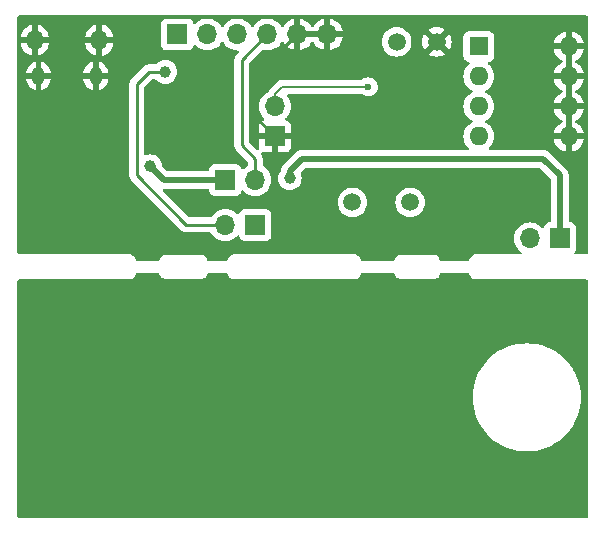
<source format=gbr>
%TF.GenerationSoftware,KiCad,Pcbnew,8.0.1*%
%TF.CreationDate,2024-06-30T08:56:45-03:00*%
%TF.ProjectId,chaos_papagali,6368616f-735f-4706-9170-6167616c692e,rev?*%
%TF.SameCoordinates,Original*%
%TF.FileFunction,Copper,L2,Bot*%
%TF.FilePolarity,Positive*%
%FSLAX46Y46*%
G04 Gerber Fmt 4.6, Leading zero omitted, Abs format (unit mm)*
G04 Created by KiCad (PCBNEW 8.0.1) date 2024-06-30 08:56:45*
%MOMM*%
%LPD*%
G01*
G04 APERTURE LIST*
%TA.AperFunction,ComponentPad*%
%ADD10O,1.350000X1.700000*%
%TD*%
%TA.AperFunction,ComponentPad*%
%ADD11O,1.100000X1.500000*%
%TD*%
%TA.AperFunction,ComponentPad*%
%ADD12C,1.500000*%
%TD*%
%TA.AperFunction,ComponentPad*%
%ADD13R,1.700000X1.700000*%
%TD*%
%TA.AperFunction,ComponentPad*%
%ADD14O,1.700000X1.700000*%
%TD*%
%TA.AperFunction,ComponentPad*%
%ADD15R,1.600000X1.600000*%
%TD*%
%TA.AperFunction,ComponentPad*%
%ADD16O,1.600000X1.600000*%
%TD*%
%TA.AperFunction,ViaPad*%
%ADD17C,0.600000*%
%TD*%
%TA.AperFunction,ViaPad*%
%ADD18C,1.000000*%
%TD*%
%TA.AperFunction,Conductor*%
%ADD19C,0.254000*%
%TD*%
%TA.AperFunction,Conductor*%
%ADD20C,0.508000*%
%TD*%
%TA.AperFunction,Conductor*%
%ADD21C,0.200000*%
%TD*%
G04 APERTURE END LIST*
D10*
%TO.P,J2,6,Shield*%
%TO.N,GNDREF*%
X116586000Y-76073000D03*
D11*
X116276000Y-79073000D03*
X111436000Y-79073000D03*
D10*
X111126000Y-76073000D03*
%TD*%
D12*
%TO.P,R8,1*%
%TO.N,/A3*%
X141761000Y-76200000D03*
%TO.P,R8,2*%
%TO.N,GNDREF*%
X145161000Y-76200000D03*
%TD*%
D13*
%TO.P,M1,1,+*%
%TO.N,VCC*%
X155575000Y-92837000D03*
D14*
%TO.P,M1,2,-*%
%TO.N,Net-(D4-A)*%
X153035000Y-92837000D03*
%TD*%
D13*
%TO.P,SW1,1,1*%
%TO.N,GNDREF*%
X131445000Y-84201000D03*
D14*
%TO.P,SW1,2,2*%
%TO.N,Net-(U1-~{RESET}{slash}PC6)*%
X131445000Y-81661000D03*
%TD*%
D13*
%TO.P,JP1,1,A*%
%TO.N,Net-(J3-Pin_1)*%
X127254000Y-87884000D03*
D14*
%TO.P,JP1,2,B*%
%TO.N,VCC*%
X129794000Y-87884000D03*
%TD*%
D13*
%TO.P,J1,1,Pin_1*%
%TO.N,Net-(J1-Pin_1)*%
X123190000Y-75565000D03*
D14*
%TO.P,J1,2,Pin_2*%
%TO.N,TXO*%
X125730000Y-75565000D03*
%TO.P,J1,3,Pin_3*%
%TO.N,RXI*%
X128270000Y-75565000D03*
%TO.P,J1,4,Pin_4*%
%TO.N,VCC*%
X130810000Y-75565000D03*
%TO.P,J1,5,Pin_5*%
%TO.N,GNDREF*%
X133350000Y-75565000D03*
%TO.P,J1,6,Pin_6*%
X135890000Y-75565000D03*
%TD*%
D15*
%TO.P,SW3,1*%
%TO.N,Net-(U1-PC2)*%
X148717000Y-76581000D03*
D16*
%TO.P,SW3,2*%
%TO.N,/D5*%
X148717000Y-79121000D03*
%TO.P,SW3,3*%
%TO.N,/D6*%
X148717000Y-81661000D03*
%TO.P,SW3,4*%
%TO.N,/D7*%
X148717000Y-84201000D03*
%TO.P,SW3,5*%
%TO.N,GNDREF*%
X156337000Y-84201000D03*
%TO.P,SW3,6*%
X156337000Y-81661000D03*
%TO.P,SW3,7*%
X156337000Y-79121000D03*
%TO.P,SW3,8*%
X156337000Y-76581000D03*
%TD*%
D13*
%TO.P,J3,1,Pin_1*%
%TO.N,Net-(J3-Pin_1)*%
X129794000Y-91694000D03*
D14*
%TO.P,J3,2,Pin_2*%
%TO.N,Net-(J3-Pin_2)*%
X127254000Y-91694000D03*
%TD*%
D12*
%TO.P,Y1,1,1*%
%TO.N,Net-(U1-XTAL2{slash}PB7)*%
X142899500Y-89789000D03*
%TO.P,Y1,2,2*%
%TO.N,Net-(U1-XTAL1{slash}PB6)*%
X138019500Y-89789000D03*
%TD*%
D17*
%TO.N,GNDREF*%
X140335000Y-90932000D03*
X151384000Y-88646000D03*
X113284000Y-81534000D03*
X127254000Y-80264000D03*
X117221000Y-83820000D03*
X146558000Y-82169000D03*
X152527000Y-83058000D03*
X118491000Y-90424000D03*
X132969000Y-80899000D03*
X121285000Y-85090000D03*
X136652000Y-77597000D03*
X134366000Y-77597000D03*
X143764000Y-80010000D03*
X120269000Y-93091000D03*
X120269000Y-90678000D03*
X118618000Y-93091000D03*
X152400000Y-74930000D03*
X145669000Y-88900000D03*
X146304000Y-79883000D03*
X145669000Y-93345000D03*
X157353000Y-87376000D03*
X118999000Y-75565000D03*
X120777000Y-75565000D03*
X111125000Y-84455000D03*
X152527000Y-77978000D03*
X138176000Y-74803000D03*
X152527000Y-80518000D03*
X110998000Y-81407000D03*
X114173000Y-84328000D03*
D18*
%TO.N,VCC*%
X132715000Y-87757000D03*
D17*
%TO.N,Net-(U1-~{RESET}{slash}PC6)*%
X139369200Y-80011400D03*
D18*
%TO.N,Net-(J3-Pin_2)*%
X122174000Y-78740000D03*
%TO.N,Net-(J3-Pin_1)*%
X120904000Y-86741000D03*
%TD*%
D19*
%TO.N,GNDREF*%
X109778000Y-74422000D02*
X109778000Y-93853000D01*
X131445000Y-84201000D02*
X129794000Y-82550000D01*
X129794000Y-79121000D02*
X133350000Y-75565000D01*
X110109000Y-74091000D02*
X109778000Y-74422000D01*
X156337000Y-76581000D02*
X156337000Y-79121000D01*
X109778000Y-93853000D02*
X130429000Y-93853000D01*
X156337000Y-74599000D02*
X155829000Y-74091000D01*
X156337000Y-79121000D02*
X156337000Y-81661000D01*
X156337000Y-76581000D02*
X156337000Y-74599000D01*
X129794000Y-82550000D02*
X129794000Y-79121000D01*
X155829000Y-74091000D02*
X110109000Y-74091000D01*
X156337000Y-81661000D02*
X156337000Y-84201000D01*
D20*
%TO.N,VCC*%
X154178000Y-86106000D02*
X155575000Y-87503000D01*
X133731000Y-86106000D02*
X154178000Y-86106000D01*
D19*
X129794000Y-86106000D02*
X129794000Y-87884000D01*
D20*
X133731000Y-86106000D02*
X132715000Y-87122000D01*
D19*
X130810000Y-75565000D02*
X128651000Y-77724000D01*
D20*
X155575000Y-87503000D02*
X155575000Y-92837000D01*
D19*
X128651000Y-77724000D02*
X128651000Y-84963000D01*
X128651000Y-84963000D02*
X129794000Y-86106000D01*
D20*
X132715000Y-87122000D02*
X132715000Y-87757000D01*
D21*
%TO.N,Net-(U1-~{RESET}{slash}PC6)*%
X139367800Y-80010000D02*
X139369200Y-80011400D01*
X131445000Y-80645000D02*
X132080000Y-80010000D01*
X132080000Y-80010000D02*
X139367800Y-80010000D01*
X131445000Y-81661000D02*
X131445000Y-80645000D01*
D19*
%TO.N,Net-(J3-Pin_2)*%
X119761000Y-79756000D02*
X119761000Y-87503000D01*
X120777000Y-78740000D02*
X119761000Y-79756000D01*
X122174000Y-78740000D02*
X120777000Y-78740000D01*
X123952000Y-91694000D02*
X127254000Y-91694000D01*
X119761000Y-87503000D02*
X123952000Y-91694000D01*
D20*
%TO.N,Net-(J3-Pin_1)*%
X120904000Y-86741000D02*
X122047000Y-87884000D01*
X122047000Y-87884000D02*
X127254000Y-87884000D01*
%TD*%
%TA.AperFunction,Conductor*%
%TO.N,GNDREF*%
G36*
X135424075Y-75372007D02*
G01*
X135390000Y-75499174D01*
X135390000Y-75630826D01*
X135424075Y-75757993D01*
X135456988Y-75815000D01*
X133783012Y-75815000D01*
X133815925Y-75757993D01*
X133850000Y-75630826D01*
X133850000Y-75499174D01*
X133815925Y-75372007D01*
X133783012Y-75315000D01*
X135456988Y-75315000D01*
X135424075Y-75372007D01*
G37*
%TD.AperFunction*%
%TA.AperFunction,Conductor*%
G36*
X156587000Y-83885314D02*
G01*
X156582606Y-83880920D01*
X156491394Y-83828259D01*
X156389661Y-83801000D01*
X156284339Y-83801000D01*
X156182606Y-83828259D01*
X156091394Y-83880920D01*
X156087000Y-83885314D01*
X156087000Y-81976686D01*
X156091394Y-81981080D01*
X156182606Y-82033741D01*
X156284339Y-82061000D01*
X156389661Y-82061000D01*
X156491394Y-82033741D01*
X156582606Y-81981080D01*
X156587000Y-81976686D01*
X156587000Y-83885314D01*
G37*
%TD.AperFunction*%
%TA.AperFunction,Conductor*%
G36*
X156587000Y-81345314D02*
G01*
X156582606Y-81340920D01*
X156491394Y-81288259D01*
X156389661Y-81261000D01*
X156284339Y-81261000D01*
X156182606Y-81288259D01*
X156091394Y-81340920D01*
X156087000Y-81345314D01*
X156087000Y-79436686D01*
X156091394Y-79441080D01*
X156182606Y-79493741D01*
X156284339Y-79521000D01*
X156389661Y-79521000D01*
X156491394Y-79493741D01*
X156582606Y-79441080D01*
X156587000Y-79436686D01*
X156587000Y-81345314D01*
G37*
%TD.AperFunction*%
%TA.AperFunction,Conductor*%
G36*
X156587000Y-78805314D02*
G01*
X156582606Y-78800920D01*
X156491394Y-78748259D01*
X156389661Y-78721000D01*
X156284339Y-78721000D01*
X156182606Y-78748259D01*
X156091394Y-78800920D01*
X156087000Y-78805314D01*
X156087000Y-76896686D01*
X156091394Y-76901080D01*
X156182606Y-76953741D01*
X156284339Y-76981000D01*
X156389661Y-76981000D01*
X156491394Y-76953741D01*
X156582606Y-76901080D01*
X156587000Y-76896686D01*
X156587000Y-78805314D01*
G37*
%TD.AperFunction*%
%TA.AperFunction,Conductor*%
G36*
X125729048Y-73976412D02*
G01*
X125747088Y-73966931D01*
X125771520Y-73964500D01*
X128228480Y-73964500D01*
X128269048Y-73976412D01*
X128287088Y-73966931D01*
X128311520Y-73964500D01*
X130768480Y-73964500D01*
X130809048Y-73976412D01*
X130827088Y-73966931D01*
X130851520Y-73964500D01*
X157813500Y-73964500D01*
X157880539Y-73984185D01*
X157926294Y-74036989D01*
X157937500Y-74088500D01*
X157937500Y-94059500D01*
X157917815Y-94126539D01*
X157865011Y-94172294D01*
X157813500Y-94183500D01*
X156926247Y-94183500D01*
X156859208Y-94163815D01*
X156813453Y-94111011D01*
X156803509Y-94041853D01*
X156826981Y-93985188D01*
X156832140Y-93978297D01*
X156868796Y-93929331D01*
X156919091Y-93794483D01*
X156925500Y-93734873D01*
X156925499Y-91939128D01*
X156919091Y-91879517D01*
X156917810Y-91876083D01*
X156868797Y-91744671D01*
X156868793Y-91744664D01*
X156782547Y-91629455D01*
X156782544Y-91629452D01*
X156667335Y-91543206D01*
X156667328Y-91543202D01*
X156532482Y-91492908D01*
X156532483Y-91492908D01*
X156472883Y-91486501D01*
X156472881Y-91486500D01*
X156472873Y-91486500D01*
X156472865Y-91486500D01*
X156453500Y-91486500D01*
X156386461Y-91466815D01*
X156340706Y-91414011D01*
X156329500Y-91362500D01*
X156329500Y-87428687D01*
X156329499Y-87428683D01*
X156300506Y-87282927D01*
X156300505Y-87282920D01*
X156243629Y-87145610D01*
X156225377Y-87118294D01*
X156161060Y-87022035D01*
X156161054Y-87022028D01*
X156051647Y-86912621D01*
X156051624Y-86912600D01*
X154658969Y-85519943D01*
X154658968Y-85519942D01*
X154598998Y-85479872D01*
X154535389Y-85437370D01*
X154535386Y-85437368D01*
X154535385Y-85437368D01*
X154454955Y-85404053D01*
X154398080Y-85380495D01*
X154373894Y-85375684D01*
X154345762Y-85370088D01*
X154252314Y-85351499D01*
X154252312Y-85351499D01*
X154103688Y-85351499D01*
X154097574Y-85351499D01*
X154097554Y-85351500D01*
X149705049Y-85351500D01*
X149638010Y-85331815D01*
X149592255Y-85279011D01*
X149582311Y-85209853D01*
X149611336Y-85146297D01*
X149617368Y-85139819D01*
X149717045Y-85040141D01*
X149717047Y-85040139D01*
X149847568Y-84853734D01*
X149943739Y-84647496D01*
X150002635Y-84427692D01*
X150022468Y-84201000D01*
X150002635Y-83974308D01*
X149996389Y-83950999D01*
X155058127Y-83950999D01*
X155058128Y-83951000D01*
X156021314Y-83951000D01*
X156016920Y-83955394D01*
X155964259Y-84046606D01*
X155937000Y-84148339D01*
X155937000Y-84253661D01*
X155964259Y-84355394D01*
X156016920Y-84446606D01*
X156021314Y-84451000D01*
X155058128Y-84451000D01*
X155110730Y-84647317D01*
X155110734Y-84647326D01*
X155206865Y-84853482D01*
X155337342Y-85039820D01*
X155498179Y-85200657D01*
X155684517Y-85331134D01*
X155890673Y-85427265D01*
X155890682Y-85427269D01*
X156086999Y-85479872D01*
X156087000Y-85479871D01*
X156087000Y-84516686D01*
X156091394Y-84521080D01*
X156182606Y-84573741D01*
X156284339Y-84601000D01*
X156389661Y-84601000D01*
X156491394Y-84573741D01*
X156582606Y-84521080D01*
X156587000Y-84516686D01*
X156587000Y-85479872D01*
X156783317Y-85427269D01*
X156783326Y-85427265D01*
X156989482Y-85331134D01*
X157175820Y-85200657D01*
X157336657Y-85039820D01*
X157467134Y-84853482D01*
X157563265Y-84647326D01*
X157563269Y-84647317D01*
X157615872Y-84451000D01*
X156652686Y-84451000D01*
X156657080Y-84446606D01*
X156709741Y-84355394D01*
X156737000Y-84253661D01*
X156737000Y-84148339D01*
X156709741Y-84046606D01*
X156657080Y-83955394D01*
X156652686Y-83951000D01*
X157615872Y-83951000D01*
X157615872Y-83950999D01*
X157563269Y-83754682D01*
X157563265Y-83754673D01*
X157467134Y-83548517D01*
X157336657Y-83362179D01*
X157175820Y-83201342D01*
X156989481Y-83070865D01*
X156989479Y-83070864D01*
X156930543Y-83043382D01*
X156878103Y-82997210D01*
X156858951Y-82930017D01*
X156879166Y-82863136D01*
X156930543Y-82818618D01*
X156989479Y-82791135D01*
X156989481Y-82791134D01*
X157175820Y-82660657D01*
X157336657Y-82499820D01*
X157467134Y-82313482D01*
X157563265Y-82107326D01*
X157563269Y-82107317D01*
X157615872Y-81911000D01*
X156652686Y-81911000D01*
X156657080Y-81906606D01*
X156709741Y-81815394D01*
X156737000Y-81713661D01*
X156737000Y-81608339D01*
X156709741Y-81506606D01*
X156657080Y-81415394D01*
X156652686Y-81411000D01*
X157615872Y-81411000D01*
X157615872Y-81410999D01*
X157563269Y-81214682D01*
X157563265Y-81214673D01*
X157467134Y-81008517D01*
X157336657Y-80822179D01*
X157175820Y-80661342D01*
X156989481Y-80530865D01*
X156989479Y-80530864D01*
X156930543Y-80503382D01*
X156878103Y-80457210D01*
X156858951Y-80390017D01*
X156879166Y-80323136D01*
X156930543Y-80278618D01*
X156989479Y-80251135D01*
X156989481Y-80251134D01*
X157175820Y-80120657D01*
X157336657Y-79959820D01*
X157467134Y-79773482D01*
X157563265Y-79567326D01*
X157563269Y-79567317D01*
X157615872Y-79371000D01*
X156652686Y-79371000D01*
X156657080Y-79366606D01*
X156709741Y-79275394D01*
X156737000Y-79173661D01*
X156737000Y-79068339D01*
X156709741Y-78966606D01*
X156657080Y-78875394D01*
X156652686Y-78871000D01*
X157615872Y-78871000D01*
X157615872Y-78870999D01*
X157563269Y-78674682D01*
X157563265Y-78674673D01*
X157467134Y-78468517D01*
X157336657Y-78282179D01*
X157175820Y-78121342D01*
X156989481Y-77990865D01*
X156989479Y-77990864D01*
X156930543Y-77963382D01*
X156878103Y-77917210D01*
X156858951Y-77850017D01*
X156879166Y-77783136D01*
X156930543Y-77738618D01*
X156989479Y-77711135D01*
X156989481Y-77711134D01*
X157175820Y-77580657D01*
X157336657Y-77419820D01*
X157467134Y-77233482D01*
X157563265Y-77027326D01*
X157563269Y-77027317D01*
X157615872Y-76831000D01*
X156652686Y-76831000D01*
X156657080Y-76826606D01*
X156709741Y-76735394D01*
X156737000Y-76633661D01*
X156737000Y-76528339D01*
X156709741Y-76426606D01*
X156657080Y-76335394D01*
X156652686Y-76331000D01*
X157615872Y-76331000D01*
X157615872Y-76330999D01*
X157563269Y-76134682D01*
X157563265Y-76134673D01*
X157467134Y-75928517D01*
X157336657Y-75742179D01*
X157175820Y-75581342D01*
X156989482Y-75450865D01*
X156783328Y-75354734D01*
X156587000Y-75302127D01*
X156587000Y-76265314D01*
X156582606Y-76260920D01*
X156491394Y-76208259D01*
X156389661Y-76181000D01*
X156284339Y-76181000D01*
X156182606Y-76208259D01*
X156091394Y-76260920D01*
X156087000Y-76265314D01*
X156087000Y-75302127D01*
X155890671Y-75354734D01*
X155684517Y-75450865D01*
X155498179Y-75581342D01*
X155337342Y-75742179D01*
X155206865Y-75928517D01*
X155110734Y-76134673D01*
X155110730Y-76134682D01*
X155058127Y-76330999D01*
X155058128Y-76331000D01*
X156021314Y-76331000D01*
X156016920Y-76335394D01*
X155964259Y-76426606D01*
X155937000Y-76528339D01*
X155937000Y-76633661D01*
X155964259Y-76735394D01*
X156016920Y-76826606D01*
X156021314Y-76831000D01*
X155058128Y-76831000D01*
X155110730Y-77027317D01*
X155110734Y-77027326D01*
X155206865Y-77233482D01*
X155337342Y-77419820D01*
X155498179Y-77580657D01*
X155684517Y-77711134D01*
X155743457Y-77738618D01*
X155795896Y-77784790D01*
X155815048Y-77851984D01*
X155794832Y-77918865D01*
X155743457Y-77963382D01*
X155684517Y-77990865D01*
X155498179Y-78121342D01*
X155337342Y-78282179D01*
X155206865Y-78468517D01*
X155110734Y-78674673D01*
X155110730Y-78674682D01*
X155058127Y-78870999D01*
X155058128Y-78871000D01*
X156021314Y-78871000D01*
X156016920Y-78875394D01*
X155964259Y-78966606D01*
X155937000Y-79068339D01*
X155937000Y-79173661D01*
X155964259Y-79275394D01*
X156016920Y-79366606D01*
X156021314Y-79371000D01*
X155058128Y-79371000D01*
X155110730Y-79567317D01*
X155110734Y-79567326D01*
X155206865Y-79773482D01*
X155337342Y-79959820D01*
X155498179Y-80120657D01*
X155684517Y-80251134D01*
X155743457Y-80278618D01*
X155795896Y-80324790D01*
X155815048Y-80391984D01*
X155794832Y-80458865D01*
X155743457Y-80503382D01*
X155684517Y-80530865D01*
X155498179Y-80661342D01*
X155337342Y-80822179D01*
X155206865Y-81008517D01*
X155110734Y-81214673D01*
X155110730Y-81214682D01*
X155058127Y-81410999D01*
X155058128Y-81411000D01*
X156021314Y-81411000D01*
X156016920Y-81415394D01*
X155964259Y-81506606D01*
X155937000Y-81608339D01*
X155937000Y-81713661D01*
X155964259Y-81815394D01*
X156016920Y-81906606D01*
X156021314Y-81911000D01*
X155058128Y-81911000D01*
X155110730Y-82107317D01*
X155110734Y-82107326D01*
X155206865Y-82313482D01*
X155337342Y-82499820D01*
X155498179Y-82660657D01*
X155684517Y-82791134D01*
X155743457Y-82818618D01*
X155795896Y-82864790D01*
X155815048Y-82931984D01*
X155794832Y-82998865D01*
X155743457Y-83043382D01*
X155684517Y-83070865D01*
X155498179Y-83201342D01*
X155337342Y-83362179D01*
X155206865Y-83548517D01*
X155110734Y-83754673D01*
X155110730Y-83754682D01*
X155058127Y-83950999D01*
X149996389Y-83950999D01*
X149943739Y-83754504D01*
X149847568Y-83548266D01*
X149717047Y-83361861D01*
X149717045Y-83361858D01*
X149556141Y-83200954D01*
X149369734Y-83070432D01*
X149369728Y-83070429D01*
X149311725Y-83043382D01*
X149259285Y-82997210D01*
X149240133Y-82930017D01*
X149260348Y-82863135D01*
X149311725Y-82818618D01*
X149369734Y-82791568D01*
X149556139Y-82661047D01*
X149717047Y-82500139D01*
X149847568Y-82313734D01*
X149943739Y-82107496D01*
X150002635Y-81887692D01*
X150022468Y-81661000D01*
X150002635Y-81434308D01*
X149943739Y-81214504D01*
X149847568Y-81008266D01*
X149717047Y-80821861D01*
X149717045Y-80821858D01*
X149556141Y-80660954D01*
X149369734Y-80530432D01*
X149369728Y-80530429D01*
X149311725Y-80503382D01*
X149259285Y-80457210D01*
X149240133Y-80390017D01*
X149260348Y-80323135D01*
X149311725Y-80278618D01*
X149369734Y-80251568D01*
X149556139Y-80121047D01*
X149717047Y-79960139D01*
X149847568Y-79773734D01*
X149943739Y-79567496D01*
X150002635Y-79347692D01*
X150022468Y-79121000D01*
X150002635Y-78894308D01*
X149943739Y-78674504D01*
X149847568Y-78468266D01*
X149717047Y-78281861D01*
X149717045Y-78281858D01*
X149556143Y-78120956D01*
X149531536Y-78103726D01*
X149487912Y-78049149D01*
X149480719Y-77979650D01*
X149512241Y-77917296D01*
X149572471Y-77881882D01*
X149589404Y-77878861D01*
X149624483Y-77875091D01*
X149759331Y-77824796D01*
X149874546Y-77738546D01*
X149960796Y-77623331D01*
X150011091Y-77488483D01*
X150017500Y-77428873D01*
X150017499Y-75733128D01*
X150011091Y-75673517D01*
X149995168Y-75630826D01*
X149960797Y-75538671D01*
X149960793Y-75538664D01*
X149874547Y-75423455D01*
X149874544Y-75423452D01*
X149759335Y-75337206D01*
X149759328Y-75337202D01*
X149624482Y-75286908D01*
X149624483Y-75286908D01*
X149564883Y-75280501D01*
X149564881Y-75280500D01*
X149564873Y-75280500D01*
X149564864Y-75280500D01*
X147869129Y-75280500D01*
X147869123Y-75280501D01*
X147809516Y-75286908D01*
X147674671Y-75337202D01*
X147674664Y-75337206D01*
X147559455Y-75423452D01*
X147559452Y-75423455D01*
X147473206Y-75538664D01*
X147473202Y-75538671D01*
X147422908Y-75673517D01*
X147416501Y-75733116D01*
X147416501Y-75733123D01*
X147416500Y-75733135D01*
X147416500Y-77428870D01*
X147416501Y-77428876D01*
X147422908Y-77488483D01*
X147473202Y-77623328D01*
X147473206Y-77623335D01*
X147559452Y-77738544D01*
X147559455Y-77738547D01*
X147674664Y-77824793D01*
X147674671Y-77824797D01*
X147719618Y-77841561D01*
X147809517Y-77875091D01*
X147844596Y-77878862D01*
X147909144Y-77905599D01*
X147948993Y-77962991D01*
X147951488Y-78032816D01*
X147915836Y-78092905D01*
X147902464Y-78103725D01*
X147877858Y-78120954D01*
X147716954Y-78281858D01*
X147586432Y-78468265D01*
X147586431Y-78468267D01*
X147490261Y-78674502D01*
X147490258Y-78674511D01*
X147431366Y-78894302D01*
X147431364Y-78894313D01*
X147411532Y-79120998D01*
X147411532Y-79121001D01*
X147431364Y-79347686D01*
X147431366Y-79347697D01*
X147490258Y-79567488D01*
X147490261Y-79567497D01*
X147586431Y-79773732D01*
X147586432Y-79773734D01*
X147716954Y-79960141D01*
X147877858Y-80121045D01*
X147877861Y-80121047D01*
X148064266Y-80251568D01*
X148122275Y-80278618D01*
X148174714Y-80324791D01*
X148193866Y-80391984D01*
X148173650Y-80458865D01*
X148122275Y-80503382D01*
X148064267Y-80530431D01*
X148064265Y-80530432D01*
X147877858Y-80660954D01*
X147716954Y-80821858D01*
X147586432Y-81008265D01*
X147586431Y-81008267D01*
X147490261Y-81214502D01*
X147490258Y-81214511D01*
X147431366Y-81434302D01*
X147431364Y-81434313D01*
X147411532Y-81660998D01*
X147411532Y-81661001D01*
X147431364Y-81887686D01*
X147431366Y-81887697D01*
X147490258Y-82107488D01*
X147490261Y-82107497D01*
X147586431Y-82313732D01*
X147586432Y-82313734D01*
X147716954Y-82500141D01*
X147877858Y-82661045D01*
X147877861Y-82661047D01*
X148064266Y-82791568D01*
X148122275Y-82818618D01*
X148174714Y-82864791D01*
X148193866Y-82931984D01*
X148173650Y-82998865D01*
X148122275Y-83043382D01*
X148064267Y-83070431D01*
X148064265Y-83070432D01*
X147877858Y-83200954D01*
X147716954Y-83361858D01*
X147586432Y-83548265D01*
X147586431Y-83548267D01*
X147490261Y-83754502D01*
X147490258Y-83754511D01*
X147431366Y-83974302D01*
X147431364Y-83974313D01*
X147411532Y-84200998D01*
X147411532Y-84201001D01*
X147431364Y-84427686D01*
X147431366Y-84427697D01*
X147490258Y-84647488D01*
X147490261Y-84647497D01*
X147586431Y-84853732D01*
X147586432Y-84853734D01*
X147716954Y-85040141D01*
X147816632Y-85139819D01*
X147850117Y-85201142D01*
X147845133Y-85270834D01*
X147803261Y-85326767D01*
X147737797Y-85351184D01*
X147728951Y-85351500D01*
X133811446Y-85351500D01*
X133811426Y-85351499D01*
X133805312Y-85351499D01*
X133656688Y-85351499D01*
X133656686Y-85351499D01*
X133563237Y-85370088D01*
X133535105Y-85375684D01*
X133520540Y-85378581D01*
X133510918Y-85380495D01*
X133510917Y-85380495D01*
X133454045Y-85404053D01*
X133373614Y-85437368D01*
X133250031Y-85519942D01*
X132128942Y-86641031D01*
X132046370Y-86764610D01*
X132046370Y-86764611D01*
X132025369Y-86815312D01*
X132025369Y-86815313D01*
X131990450Y-86899615D01*
X131990445Y-86899627D01*
X131989494Y-86901920D01*
X131960499Y-87047685D01*
X131960499Y-87054896D01*
X131940814Y-87121935D01*
X131932353Y-87133560D01*
X131879090Y-87198461D01*
X131879086Y-87198467D01*
X131786188Y-87372266D01*
X131728975Y-87560870D01*
X131709659Y-87757000D01*
X131728975Y-87953129D01*
X131786188Y-88141733D01*
X131879086Y-88315532D01*
X131879090Y-88315539D01*
X132004116Y-88467883D01*
X132156460Y-88592909D01*
X132156467Y-88592913D01*
X132330266Y-88685811D01*
X132330269Y-88685811D01*
X132330273Y-88685814D01*
X132518868Y-88743024D01*
X132715000Y-88762341D01*
X132911132Y-88743024D01*
X133099727Y-88685814D01*
X133273538Y-88592910D01*
X133425883Y-88467883D01*
X133550910Y-88315538D01*
X133643814Y-88141727D01*
X133701024Y-87953132D01*
X133720341Y-87757000D01*
X133701024Y-87560868D01*
X133643814Y-87372273D01*
X133643811Y-87372268D01*
X133643810Y-87372263D01*
X133642698Y-87369578D01*
X133642534Y-87368057D01*
X133642045Y-87366444D01*
X133642351Y-87366351D01*
X133635229Y-87300108D01*
X133666505Y-87237629D01*
X133669519Y-87234505D01*
X134007208Y-86896816D01*
X134068529Y-86863334D01*
X134094887Y-86860500D01*
X153814113Y-86860500D01*
X153881152Y-86880185D01*
X153901794Y-86896819D01*
X154784181Y-87779205D01*
X154817666Y-87840528D01*
X154820500Y-87866886D01*
X154820500Y-91362500D01*
X154800815Y-91429539D01*
X154748011Y-91475294D01*
X154696505Y-91486500D01*
X154677132Y-91486500D01*
X154677123Y-91486501D01*
X154617516Y-91492908D01*
X154482671Y-91543202D01*
X154482664Y-91543206D01*
X154367455Y-91629452D01*
X154367452Y-91629455D01*
X154281206Y-91744664D01*
X154281203Y-91744669D01*
X154232189Y-91876083D01*
X154190317Y-91932016D01*
X154124853Y-91956433D01*
X154056580Y-91941581D01*
X154028326Y-91920430D01*
X153906402Y-91798506D01*
X153906395Y-91798501D01*
X153712834Y-91662967D01*
X153712830Y-91662965D01*
X153712828Y-91662964D01*
X153498663Y-91563097D01*
X153498659Y-91563096D01*
X153498655Y-91563094D01*
X153270413Y-91501938D01*
X153270403Y-91501936D01*
X153035001Y-91481341D01*
X153034999Y-91481341D01*
X152799596Y-91501936D01*
X152799586Y-91501938D01*
X152571344Y-91563094D01*
X152571335Y-91563098D01*
X152357171Y-91662964D01*
X152357169Y-91662965D01*
X152163597Y-91798505D01*
X151996505Y-91965597D01*
X151860965Y-92159169D01*
X151860964Y-92159171D01*
X151761098Y-92373335D01*
X151761094Y-92373344D01*
X151699938Y-92601586D01*
X151699936Y-92601596D01*
X151679341Y-92836999D01*
X151679341Y-92837000D01*
X151699936Y-93072403D01*
X151699938Y-93072413D01*
X151761094Y-93300655D01*
X151761096Y-93300659D01*
X151761097Y-93300663D01*
X151845499Y-93481663D01*
X151860965Y-93514830D01*
X151860967Y-93514834D01*
X151996501Y-93708395D01*
X151996506Y-93708402D01*
X152163597Y-93875493D01*
X152163603Y-93875498D01*
X152281321Y-93957925D01*
X152324946Y-94012502D01*
X152332140Y-94082000D01*
X152300617Y-94144355D01*
X152240387Y-94179769D01*
X152210198Y-94183500D01*
X148536528Y-94183500D01*
X148389472Y-94183500D01*
X148259070Y-94218441D01*
X148247423Y-94221562D01*
X148120076Y-94295086D01*
X148120070Y-94295091D01*
X148016091Y-94399070D01*
X148016086Y-94399076D01*
X147942562Y-94526423D01*
X147942561Y-94526427D01*
X147909423Y-94650095D01*
X147873060Y-94709754D01*
X147810213Y-94740283D01*
X147789650Y-94742000D01*
X145528586Y-94742000D01*
X145461547Y-94722315D01*
X145415792Y-94669511D01*
X145408813Y-94650099D01*
X145380847Y-94545726D01*
X145313901Y-94429774D01*
X145219226Y-94335099D01*
X145103274Y-94268153D01*
X144973945Y-94233500D01*
X142179945Y-94233500D01*
X142046055Y-94233500D01*
X141916725Y-94268153D01*
X141800774Y-94335099D01*
X141800771Y-94335101D01*
X141706101Y-94429771D01*
X141706099Y-94429774D01*
X141639153Y-94545724D01*
X141625581Y-94596377D01*
X141611187Y-94650094D01*
X141574824Y-94709753D01*
X141511978Y-94740283D01*
X141491414Y-94742000D01*
X138849350Y-94742000D01*
X138782311Y-94722315D01*
X138736556Y-94669511D01*
X138729577Y-94650100D01*
X138696439Y-94526427D01*
X138640636Y-94429774D01*
X138622913Y-94399076D01*
X138622908Y-94399070D01*
X138518929Y-94295091D01*
X138518923Y-94295086D01*
X138391576Y-94221562D01*
X138391577Y-94221562D01*
X138379929Y-94218441D01*
X138249528Y-94183500D01*
X128089528Y-94183500D01*
X127942472Y-94183500D01*
X127812070Y-94218441D01*
X127800423Y-94221562D01*
X127673076Y-94295086D01*
X127673070Y-94295091D01*
X127569091Y-94399070D01*
X127569086Y-94399076D01*
X127495562Y-94526423D01*
X127495561Y-94526427D01*
X127462423Y-94650095D01*
X127426060Y-94709754D01*
X127363213Y-94740283D01*
X127342650Y-94742000D01*
X125843586Y-94742000D01*
X125776547Y-94722315D01*
X125730792Y-94669511D01*
X125723813Y-94650099D01*
X125695847Y-94545726D01*
X125628901Y-94429774D01*
X125534226Y-94335099D01*
X125418274Y-94268153D01*
X125288945Y-94233500D01*
X122240945Y-94233500D01*
X122107055Y-94233500D01*
X121977725Y-94268153D01*
X121861774Y-94335099D01*
X121861771Y-94335101D01*
X121767101Y-94429771D01*
X121767099Y-94429774D01*
X121700153Y-94545724D01*
X121686581Y-94596377D01*
X121672187Y-94650094D01*
X121635824Y-94709753D01*
X121572978Y-94740283D01*
X121552414Y-94742000D01*
X119799350Y-94742000D01*
X119732311Y-94722315D01*
X119686556Y-94669511D01*
X119679577Y-94650100D01*
X119646439Y-94526427D01*
X119590636Y-94429774D01*
X119572913Y-94399076D01*
X119572908Y-94399070D01*
X119468929Y-94295091D01*
X119468923Y-94295086D01*
X119341576Y-94221562D01*
X119341577Y-94221562D01*
X119329929Y-94218441D01*
X119199528Y-94183500D01*
X119199525Y-94183500D01*
X109775500Y-94183500D01*
X109708461Y-94163815D01*
X109662706Y-94111011D01*
X109651500Y-94059500D01*
X109651500Y-87564807D01*
X119133500Y-87564807D01*
X119157612Y-87686028D01*
X119157614Y-87686035D01*
X119174592Y-87727023D01*
X119174593Y-87727025D01*
X119204915Y-87800230D01*
X119236503Y-87847505D01*
X119236503Y-87847506D01*
X119273585Y-87903003D01*
X119273591Y-87903011D01*
X123464589Y-92094008D01*
X123529750Y-92159169D01*
X123551994Y-92181413D01*
X123551997Y-92181414D01*
X123654767Y-92250083D01*
X123688215Y-92263937D01*
X123768965Y-92297386D01*
X123890192Y-92321499D01*
X123890196Y-92321500D01*
X123890197Y-92321500D01*
X124013803Y-92321500D01*
X125980173Y-92321500D01*
X126047212Y-92341185D01*
X126081747Y-92374375D01*
X126215505Y-92565401D01*
X126382599Y-92732495D01*
X126479384Y-92800265D01*
X126576165Y-92868032D01*
X126576167Y-92868033D01*
X126576170Y-92868035D01*
X126790337Y-92967903D01*
X127018592Y-93029063D01*
X127195034Y-93044500D01*
X127253999Y-93049659D01*
X127254000Y-93049659D01*
X127254001Y-93049659D01*
X127312966Y-93044500D01*
X127489408Y-93029063D01*
X127717663Y-92967903D01*
X127931830Y-92868035D01*
X128125401Y-92732495D01*
X128247329Y-92610566D01*
X128308648Y-92577084D01*
X128378340Y-92582068D01*
X128434274Y-92623939D01*
X128451189Y-92654917D01*
X128500202Y-92786328D01*
X128500206Y-92786335D01*
X128586452Y-92901544D01*
X128586455Y-92901547D01*
X128701664Y-92987793D01*
X128701671Y-92987797D01*
X128836517Y-93038091D01*
X128836516Y-93038091D01*
X128843444Y-93038835D01*
X128896127Y-93044500D01*
X130691872Y-93044499D01*
X130751483Y-93038091D01*
X130886331Y-92987796D01*
X131001546Y-92901546D01*
X131087796Y-92786331D01*
X131138091Y-92651483D01*
X131144500Y-92591873D01*
X131144499Y-90796128D01*
X131138091Y-90736517D01*
X131136810Y-90733083D01*
X131087797Y-90601671D01*
X131087793Y-90601664D01*
X131001547Y-90486455D01*
X131001544Y-90486452D01*
X130886335Y-90400206D01*
X130886328Y-90400202D01*
X130751482Y-90349908D01*
X130751483Y-90349908D01*
X130691883Y-90343501D01*
X130691881Y-90343500D01*
X130691873Y-90343500D01*
X130691864Y-90343500D01*
X128896129Y-90343500D01*
X128896123Y-90343501D01*
X128836516Y-90349908D01*
X128701671Y-90400202D01*
X128701664Y-90400206D01*
X128586455Y-90486452D01*
X128586452Y-90486455D01*
X128500206Y-90601664D01*
X128500203Y-90601669D01*
X128451189Y-90733083D01*
X128409317Y-90789016D01*
X128343853Y-90813433D01*
X128275580Y-90798581D01*
X128247326Y-90777430D01*
X128125402Y-90655506D01*
X128125395Y-90655501D01*
X127931834Y-90519967D01*
X127931830Y-90519965D01*
X127931828Y-90519964D01*
X127717663Y-90420097D01*
X127717659Y-90420096D01*
X127717655Y-90420094D01*
X127489413Y-90358938D01*
X127489403Y-90358936D01*
X127254001Y-90338341D01*
X127253999Y-90338341D01*
X127018596Y-90358936D01*
X127018586Y-90358938D01*
X126790344Y-90420094D01*
X126790335Y-90420098D01*
X126576171Y-90519964D01*
X126576169Y-90519965D01*
X126382597Y-90655505D01*
X126215505Y-90822597D01*
X126081749Y-91013623D01*
X126027172Y-91057248D01*
X125980174Y-91066500D01*
X124263281Y-91066500D01*
X124196242Y-91046815D01*
X124175600Y-91030181D01*
X122934421Y-89789002D01*
X136764223Y-89789002D01*
X136783293Y-90006975D01*
X136783293Y-90006979D01*
X136839922Y-90218322D01*
X136839924Y-90218326D01*
X136839925Y-90218330D01*
X136886161Y-90317484D01*
X136932397Y-90416638D01*
X136932398Y-90416639D01*
X137057902Y-90595877D01*
X137212623Y-90750598D01*
X137391861Y-90876102D01*
X137590170Y-90968575D01*
X137801523Y-91025207D01*
X137984426Y-91041208D01*
X138019498Y-91044277D01*
X138019500Y-91044277D01*
X138019502Y-91044277D01*
X138047754Y-91041805D01*
X138237477Y-91025207D01*
X138448830Y-90968575D01*
X138647139Y-90876102D01*
X138826377Y-90750598D01*
X138981098Y-90595877D01*
X139106602Y-90416639D01*
X139199075Y-90218330D01*
X139255707Y-90006977D01*
X139274777Y-89789002D01*
X141644223Y-89789002D01*
X141663293Y-90006975D01*
X141663293Y-90006979D01*
X141719922Y-90218322D01*
X141719924Y-90218326D01*
X141719925Y-90218330D01*
X141766161Y-90317484D01*
X141812397Y-90416638D01*
X141812398Y-90416639D01*
X141937902Y-90595877D01*
X142092623Y-90750598D01*
X142271861Y-90876102D01*
X142470170Y-90968575D01*
X142681523Y-91025207D01*
X142864426Y-91041208D01*
X142899498Y-91044277D01*
X142899500Y-91044277D01*
X142899502Y-91044277D01*
X142927754Y-91041805D01*
X143117477Y-91025207D01*
X143328830Y-90968575D01*
X143527139Y-90876102D01*
X143706377Y-90750598D01*
X143861098Y-90595877D01*
X143986602Y-90416639D01*
X144079075Y-90218330D01*
X144135707Y-90006977D01*
X144154777Y-89789000D01*
X144135707Y-89571023D01*
X144079075Y-89359670D01*
X143986602Y-89161362D01*
X143986600Y-89161359D01*
X143986599Y-89161357D01*
X143861099Y-88982124D01*
X143801468Y-88922493D01*
X143706377Y-88827402D01*
X143551802Y-88719167D01*
X143527138Y-88701897D01*
X143391861Y-88638817D01*
X143328830Y-88609425D01*
X143328826Y-88609424D01*
X143328822Y-88609422D01*
X143117477Y-88552793D01*
X142899502Y-88533723D01*
X142899498Y-88533723D01*
X142754182Y-88546436D01*
X142681523Y-88552793D01*
X142681520Y-88552793D01*
X142470177Y-88609422D01*
X142470170Y-88609424D01*
X142470170Y-88609425D01*
X142459683Y-88614315D01*
X142271861Y-88701898D01*
X142271857Y-88701900D01*
X142092621Y-88827402D01*
X141937902Y-88982121D01*
X141812400Y-89161357D01*
X141812398Y-89161361D01*
X141719926Y-89359668D01*
X141719922Y-89359677D01*
X141663293Y-89571020D01*
X141663293Y-89571024D01*
X141644223Y-89788997D01*
X141644223Y-89789002D01*
X139274777Y-89789002D01*
X139274777Y-89789000D01*
X139255707Y-89571023D01*
X139199075Y-89359670D01*
X139106602Y-89161362D01*
X139106600Y-89161359D01*
X139106599Y-89161357D01*
X138981099Y-88982124D01*
X138921468Y-88922493D01*
X138826377Y-88827402D01*
X138671802Y-88719167D01*
X138647138Y-88701897D01*
X138511861Y-88638817D01*
X138448830Y-88609425D01*
X138448826Y-88609424D01*
X138448822Y-88609422D01*
X138237477Y-88552793D01*
X138019502Y-88533723D01*
X138019498Y-88533723D01*
X137874182Y-88546436D01*
X137801523Y-88552793D01*
X137801520Y-88552793D01*
X137590177Y-88609422D01*
X137590170Y-88609424D01*
X137590170Y-88609425D01*
X137579683Y-88614315D01*
X137391861Y-88701898D01*
X137391857Y-88701900D01*
X137212621Y-88827402D01*
X137057902Y-88982121D01*
X136932400Y-89161357D01*
X136932398Y-89161361D01*
X136839926Y-89359668D01*
X136839922Y-89359677D01*
X136783293Y-89571020D01*
X136783293Y-89571024D01*
X136764223Y-89788997D01*
X136764223Y-89789002D01*
X122934421Y-89789002D01*
X121995601Y-88850182D01*
X121962116Y-88788859D01*
X121967100Y-88719167D01*
X122008972Y-88663234D01*
X122074436Y-88638817D01*
X122083282Y-88638501D01*
X122127426Y-88638501D01*
X122127446Y-88638500D01*
X125779501Y-88638500D01*
X125846540Y-88658185D01*
X125892295Y-88710989D01*
X125903501Y-88762500D01*
X125903501Y-88781876D01*
X125909908Y-88841483D01*
X125960202Y-88976328D01*
X125960206Y-88976335D01*
X126046452Y-89091544D01*
X126046455Y-89091547D01*
X126161664Y-89177793D01*
X126161671Y-89177797D01*
X126296517Y-89228091D01*
X126296516Y-89228091D01*
X126303444Y-89228835D01*
X126356127Y-89234500D01*
X128151872Y-89234499D01*
X128211483Y-89228091D01*
X128346331Y-89177796D01*
X128461546Y-89091546D01*
X128547796Y-88976331D01*
X128596810Y-88844916D01*
X128638681Y-88788984D01*
X128704145Y-88764566D01*
X128772418Y-88779417D01*
X128800673Y-88800569D01*
X128922599Y-88922495D01*
X129007754Y-88982121D01*
X129116165Y-89058032D01*
X129116167Y-89058033D01*
X129116170Y-89058035D01*
X129330337Y-89157903D01*
X129330343Y-89157904D01*
X129330344Y-89157905D01*
X129343246Y-89161362D01*
X129558592Y-89219063D01*
X129735034Y-89234500D01*
X129793999Y-89239659D01*
X129794000Y-89239659D01*
X129794001Y-89239659D01*
X129852966Y-89234500D01*
X130029408Y-89219063D01*
X130257663Y-89157903D01*
X130471830Y-89058035D01*
X130665401Y-88922495D01*
X130832495Y-88755401D01*
X130968035Y-88561830D01*
X131067903Y-88347663D01*
X131129063Y-88119408D01*
X131149659Y-87884000D01*
X131129063Y-87648592D01*
X131067903Y-87420337D01*
X130968035Y-87206171D01*
X130962638Y-87198462D01*
X130832494Y-87012597D01*
X130665402Y-86845506D01*
X130665401Y-86845505D01*
X130588508Y-86791664D01*
X130474375Y-86711747D01*
X130430752Y-86657171D01*
X130421500Y-86610173D01*
X130421500Y-86044194D01*
X130397386Y-85922970D01*
X130397385Y-85922969D01*
X130397385Y-85922965D01*
X130380452Y-85882085D01*
X130350086Y-85808773D01*
X130350079Y-85808760D01*
X130282642Y-85707834D01*
X130261764Y-85641157D01*
X130280248Y-85573776D01*
X130332227Y-85527086D01*
X130401197Y-85515910D01*
X130429078Y-85522761D01*
X130487623Y-85544597D01*
X130487627Y-85544598D01*
X130547155Y-85550999D01*
X130547172Y-85551000D01*
X131195000Y-85551000D01*
X131195000Y-84634012D01*
X131252007Y-84666925D01*
X131379174Y-84701000D01*
X131510826Y-84701000D01*
X131637993Y-84666925D01*
X131695000Y-84634012D01*
X131695000Y-85551000D01*
X132342828Y-85551000D01*
X132342844Y-85550999D01*
X132402372Y-85544598D01*
X132402379Y-85544596D01*
X132537086Y-85494354D01*
X132537093Y-85494350D01*
X132652187Y-85408190D01*
X132652190Y-85408187D01*
X132738350Y-85293093D01*
X132738354Y-85293086D01*
X132788596Y-85158379D01*
X132788598Y-85158372D01*
X132794999Y-85098844D01*
X132795000Y-85098827D01*
X132795000Y-84451000D01*
X131878012Y-84451000D01*
X131910925Y-84393993D01*
X131945000Y-84266826D01*
X131945000Y-84135174D01*
X131910925Y-84008007D01*
X131878012Y-83951000D01*
X132795000Y-83951000D01*
X132795000Y-83303172D01*
X132794999Y-83303155D01*
X132788598Y-83243627D01*
X132788596Y-83243620D01*
X132738354Y-83108913D01*
X132738350Y-83108906D01*
X132652190Y-82993812D01*
X132652187Y-82993809D01*
X132537093Y-82907649D01*
X132537088Y-82907646D01*
X132405528Y-82858577D01*
X132349595Y-82816705D01*
X132325178Y-82751241D01*
X132340030Y-82682968D01*
X132361175Y-82654720D01*
X132483495Y-82532401D01*
X132619035Y-82338830D01*
X132718903Y-82124663D01*
X132780063Y-81896408D01*
X132800659Y-81661000D01*
X132780063Y-81425592D01*
X132718903Y-81197337D01*
X132619035Y-80983171D01*
X132494714Y-80805622D01*
X132472388Y-80739417D01*
X132489398Y-80671650D01*
X132540346Y-80623837D01*
X132596290Y-80610500D01*
X138785032Y-80610500D01*
X138852071Y-80630185D01*
X138862345Y-80637553D01*
X138866937Y-80641215D01*
X138866938Y-80641216D01*
X139019678Y-80737189D01*
X139169457Y-80789599D01*
X139189945Y-80796768D01*
X139189950Y-80796769D01*
X139369196Y-80816965D01*
X139369200Y-80816965D01*
X139369204Y-80816965D01*
X139548449Y-80796769D01*
X139548452Y-80796768D01*
X139548455Y-80796768D01*
X139718722Y-80737189D01*
X139871462Y-80641216D01*
X139999016Y-80513662D01*
X140094989Y-80360922D01*
X140154568Y-80190655D01*
X140154569Y-80190649D01*
X140174765Y-80011403D01*
X140174765Y-80011396D01*
X140154569Y-79832150D01*
X140154568Y-79832145D01*
X140124194Y-79745341D01*
X140094989Y-79661878D01*
X139999016Y-79509138D01*
X139871462Y-79381584D01*
X139853558Y-79370334D01*
X139718723Y-79285611D01*
X139548454Y-79226031D01*
X139548449Y-79226030D01*
X139369204Y-79205835D01*
X139369196Y-79205835D01*
X139189950Y-79226030D01*
X139189945Y-79226031D01*
X139019676Y-79285611D01*
X138866938Y-79381583D01*
X138865855Y-79382448D01*
X138865022Y-79382787D01*
X138861042Y-79385289D01*
X138860603Y-79384591D01*
X138801168Y-79408856D01*
X138788543Y-79409500D01*
X132166670Y-79409500D01*
X132166654Y-79409499D01*
X132159058Y-79409499D01*
X132000943Y-79409499D01*
X131924579Y-79429961D01*
X131848214Y-79450423D01*
X131848209Y-79450426D01*
X131711290Y-79529475D01*
X131711282Y-79529481D01*
X130964481Y-80276282D01*
X130964475Y-80276290D01*
X130915615Y-80360920D01*
X130915614Y-80360923D01*
X130890269Y-80404820D01*
X130839701Y-80453035D01*
X130835289Y-80455199D01*
X130767176Y-80486961D01*
X130767169Y-80486965D01*
X130573597Y-80622505D01*
X130406505Y-80789597D01*
X130270965Y-80983169D01*
X130270964Y-80983171D01*
X130171098Y-81197335D01*
X130171094Y-81197344D01*
X130109938Y-81425586D01*
X130109936Y-81425596D01*
X130089341Y-81660999D01*
X130089341Y-81661000D01*
X130109936Y-81896403D01*
X130109938Y-81896413D01*
X130171094Y-82124655D01*
X130171096Y-82124659D01*
X130171097Y-82124663D01*
X130259145Y-82313482D01*
X130270965Y-82338830D01*
X130270967Y-82338834D01*
X130379281Y-82493521D01*
X130406501Y-82532396D01*
X130406506Y-82532402D01*
X130528818Y-82654714D01*
X130562303Y-82716037D01*
X130557319Y-82785729D01*
X130515447Y-82841662D01*
X130484471Y-82858577D01*
X130352912Y-82907646D01*
X130352906Y-82907649D01*
X130237812Y-82993809D01*
X130237809Y-82993812D01*
X130151649Y-83108906D01*
X130151645Y-83108913D01*
X130101403Y-83243620D01*
X130101401Y-83243627D01*
X130095000Y-83303155D01*
X130095000Y-83951000D01*
X131011988Y-83951000D01*
X130979075Y-84008007D01*
X130945000Y-84135174D01*
X130945000Y-84266826D01*
X130979075Y-84393993D01*
X131011988Y-84451000D01*
X130095000Y-84451000D01*
X130095000Y-85098844D01*
X130101401Y-85158372D01*
X130101403Y-85158382D01*
X130120870Y-85210575D01*
X130125854Y-85280266D01*
X130092368Y-85341589D01*
X130031045Y-85375073D01*
X129961353Y-85370088D01*
X129917007Y-85341588D01*
X129314819Y-84739400D01*
X129281334Y-84678077D01*
X129278500Y-84651719D01*
X129278500Y-78035280D01*
X129298185Y-77968241D01*
X129314814Y-77947603D01*
X130356584Y-76905833D01*
X130417905Y-76872350D01*
X130476356Y-76873741D01*
X130518107Y-76884928D01*
X130574592Y-76900063D01*
X130751034Y-76915500D01*
X130809999Y-76920659D01*
X130810000Y-76920659D01*
X130810001Y-76920659D01*
X130868966Y-76915500D01*
X131045408Y-76900063D01*
X131273663Y-76838903D01*
X131487830Y-76739035D01*
X131681401Y-76603495D01*
X131848495Y-76436401D01*
X131978730Y-76250405D01*
X132033307Y-76206781D01*
X132102805Y-76199587D01*
X132165160Y-76231110D01*
X132181879Y-76250405D01*
X132311890Y-76436078D01*
X132478917Y-76603105D01*
X132672421Y-76738600D01*
X132886507Y-76838429D01*
X132886516Y-76838433D01*
X133100000Y-76895634D01*
X133100000Y-75998012D01*
X133157007Y-76030925D01*
X133284174Y-76065000D01*
X133415826Y-76065000D01*
X133542993Y-76030925D01*
X133600000Y-75998012D01*
X133600000Y-76895633D01*
X133813483Y-76838433D01*
X133813492Y-76838429D01*
X134027578Y-76738600D01*
X134221082Y-76603105D01*
X134388105Y-76436082D01*
X134518425Y-76249968D01*
X134573002Y-76206344D01*
X134642501Y-76199151D01*
X134704855Y-76230673D01*
X134721575Y-76249968D01*
X134851894Y-76436082D01*
X135018917Y-76603105D01*
X135212421Y-76738600D01*
X135426507Y-76838429D01*
X135426516Y-76838433D01*
X135640000Y-76895634D01*
X135640000Y-75998012D01*
X135697007Y-76030925D01*
X135824174Y-76065000D01*
X135955826Y-76065000D01*
X136082993Y-76030925D01*
X136140000Y-75998012D01*
X136140000Y-76895633D01*
X136353483Y-76838433D01*
X136353492Y-76838429D01*
X136567578Y-76738600D01*
X136761082Y-76603105D01*
X136928105Y-76436082D01*
X137063600Y-76242578D01*
X137083453Y-76200002D01*
X140505723Y-76200002D01*
X140510133Y-76250405D01*
X140518012Y-76340473D01*
X140524793Y-76417975D01*
X140524793Y-76417979D01*
X140581422Y-76629322D01*
X140581424Y-76629326D01*
X140581425Y-76629330D01*
X140594481Y-76657328D01*
X140673897Y-76827638D01*
X140693205Y-76855212D01*
X140799402Y-77006877D01*
X140954123Y-77161598D01*
X141133361Y-77287102D01*
X141331670Y-77379575D01*
X141543023Y-77436207D01*
X141725926Y-77452208D01*
X141760998Y-77455277D01*
X141761000Y-77455277D01*
X141761002Y-77455277D01*
X141789254Y-77452805D01*
X141978977Y-77436207D01*
X142190330Y-77379575D01*
X142388639Y-77287102D01*
X142567877Y-77161598D01*
X142722598Y-77006877D01*
X142848102Y-76827639D01*
X142940575Y-76629330D01*
X142997207Y-76417977D01*
X143015432Y-76209664D01*
X143016277Y-76200002D01*
X143016277Y-76200000D01*
X143906225Y-76200000D01*
X143925287Y-76417884D01*
X143925289Y-76417894D01*
X143981894Y-76629150D01*
X143981898Y-76629159D01*
X144074333Y-76827387D01*
X144117874Y-76889571D01*
X144761000Y-76246445D01*
X144761000Y-76252661D01*
X144788259Y-76354394D01*
X144840920Y-76445606D01*
X144915394Y-76520080D01*
X145006606Y-76572741D01*
X145108339Y-76600000D01*
X145114553Y-76600000D01*
X144471427Y-77243124D01*
X144533612Y-77286666D01*
X144731840Y-77379101D01*
X144731849Y-77379105D01*
X144943105Y-77435710D01*
X144943115Y-77435712D01*
X145160999Y-77454775D01*
X145161001Y-77454775D01*
X145378884Y-77435712D01*
X145378894Y-77435710D01*
X145590150Y-77379105D01*
X145590164Y-77379100D01*
X145788383Y-77286669D01*
X145788385Y-77286668D01*
X145850571Y-77243124D01*
X145207448Y-76600000D01*
X145213661Y-76600000D01*
X145315394Y-76572741D01*
X145406606Y-76520080D01*
X145481080Y-76445606D01*
X145533741Y-76354394D01*
X145561000Y-76252661D01*
X145561000Y-76246446D01*
X146204124Y-76889570D01*
X146247668Y-76827385D01*
X146247669Y-76827383D01*
X146340100Y-76629164D01*
X146340105Y-76629150D01*
X146396710Y-76417894D01*
X146396712Y-76417884D01*
X146415775Y-76200000D01*
X146415775Y-76199999D01*
X146396712Y-75982115D01*
X146396710Y-75982105D01*
X146340105Y-75770849D01*
X146340101Y-75770840D01*
X146247667Y-75572614D01*
X146247666Y-75572612D01*
X146204124Y-75510428D01*
X146204124Y-75510427D01*
X145561000Y-76153551D01*
X145561000Y-76147339D01*
X145533741Y-76045606D01*
X145481080Y-75954394D01*
X145406606Y-75879920D01*
X145315394Y-75827259D01*
X145213661Y-75800000D01*
X145207447Y-75800000D01*
X145850571Y-75156874D01*
X145788387Y-75113333D01*
X145590159Y-75020898D01*
X145590150Y-75020894D01*
X145378894Y-74964289D01*
X145378884Y-74964287D01*
X145161001Y-74945225D01*
X145160999Y-74945225D01*
X144943115Y-74964287D01*
X144943105Y-74964289D01*
X144731849Y-75020894D01*
X144731840Y-75020898D01*
X144533613Y-75113333D01*
X144471428Y-75156874D01*
X145114554Y-75800000D01*
X145108339Y-75800000D01*
X145006606Y-75827259D01*
X144915394Y-75879920D01*
X144840920Y-75954394D01*
X144788259Y-76045606D01*
X144761000Y-76147339D01*
X144761000Y-76153554D01*
X144117874Y-75510428D01*
X144074333Y-75572613D01*
X143981898Y-75770840D01*
X143981894Y-75770849D01*
X143925289Y-75982105D01*
X143925287Y-75982115D01*
X143906225Y-76199999D01*
X143906225Y-76200000D01*
X143016277Y-76200000D01*
X143016277Y-76199997D01*
X143011670Y-76147339D01*
X142997207Y-75982023D01*
X142940575Y-75770670D01*
X142848102Y-75572362D01*
X142848100Y-75572359D01*
X142848099Y-75572357D01*
X142722599Y-75393124D01*
X142659067Y-75329592D01*
X142567877Y-75238402D01*
X142416691Y-75132540D01*
X142388638Y-75112897D01*
X142285921Y-75065000D01*
X142190330Y-75020425D01*
X142190326Y-75020424D01*
X142190322Y-75020422D01*
X141978977Y-74963793D01*
X141761002Y-74944723D01*
X141760998Y-74944723D01*
X141615682Y-74957436D01*
X141543023Y-74963793D01*
X141543020Y-74963793D01*
X141331677Y-75020422D01*
X141331668Y-75020426D01*
X141133361Y-75112898D01*
X141133357Y-75112900D01*
X140954121Y-75238402D01*
X140799402Y-75393121D01*
X140673900Y-75572357D01*
X140673898Y-75572361D01*
X140581426Y-75770668D01*
X140581422Y-75770677D01*
X140524793Y-75982020D01*
X140524793Y-75982024D01*
X140505723Y-76199997D01*
X140505723Y-76200002D01*
X137083453Y-76200002D01*
X137163429Y-76028492D01*
X137163432Y-76028486D01*
X137220636Y-75815000D01*
X136323012Y-75815000D01*
X136355925Y-75757993D01*
X136390000Y-75630826D01*
X136390000Y-75499174D01*
X136355925Y-75372007D01*
X136323012Y-75315000D01*
X137220636Y-75315000D01*
X137220635Y-75314999D01*
X137163432Y-75101513D01*
X137163429Y-75101507D01*
X137063600Y-74887422D01*
X137063599Y-74887420D01*
X136928113Y-74693926D01*
X136928108Y-74693920D01*
X136761082Y-74526894D01*
X136567578Y-74391399D01*
X136353492Y-74291570D01*
X136353486Y-74291567D01*
X136140000Y-74234364D01*
X136140000Y-75131988D01*
X136082993Y-75099075D01*
X135955826Y-75065000D01*
X135824174Y-75065000D01*
X135697007Y-75099075D01*
X135640000Y-75131988D01*
X135640000Y-74234364D01*
X135639999Y-74234364D01*
X135426513Y-74291567D01*
X135426507Y-74291570D01*
X135212422Y-74391399D01*
X135212420Y-74391400D01*
X135018926Y-74526886D01*
X135018920Y-74526891D01*
X134851891Y-74693920D01*
X134851890Y-74693922D01*
X134721575Y-74880031D01*
X134666998Y-74923655D01*
X134597499Y-74930848D01*
X134535145Y-74899326D01*
X134518425Y-74880031D01*
X134388109Y-74693922D01*
X134388108Y-74693920D01*
X134221082Y-74526894D01*
X134027578Y-74391399D01*
X133813492Y-74291570D01*
X133813486Y-74291567D01*
X133600000Y-74234364D01*
X133600000Y-75131988D01*
X133542993Y-75099075D01*
X133415826Y-75065000D01*
X133284174Y-75065000D01*
X133157007Y-75099075D01*
X133100000Y-75131988D01*
X133100000Y-74234364D01*
X133099999Y-74234364D01*
X132886513Y-74291567D01*
X132886507Y-74291570D01*
X132672422Y-74391399D01*
X132672420Y-74391400D01*
X132478926Y-74526886D01*
X132478920Y-74526891D01*
X132311891Y-74693920D01*
X132311890Y-74693922D01*
X132181880Y-74879595D01*
X132127303Y-74923219D01*
X132057804Y-74930412D01*
X131995450Y-74898890D01*
X131978730Y-74879594D01*
X131848494Y-74693597D01*
X131681402Y-74526506D01*
X131681395Y-74526501D01*
X131487834Y-74390967D01*
X131487830Y-74390965D01*
X131487828Y-74390964D01*
X131273663Y-74291097D01*
X131273659Y-74291096D01*
X131273655Y-74291094D01*
X131045413Y-74229938D01*
X131045403Y-74229936D01*
X130840712Y-74212028D01*
X130813125Y-74201236D01*
X130803415Y-74207477D01*
X130779288Y-74212028D01*
X130574596Y-74229936D01*
X130574586Y-74229938D01*
X130346344Y-74291094D01*
X130346335Y-74291098D01*
X130132171Y-74390964D01*
X130132169Y-74390965D01*
X129938597Y-74526505D01*
X129771505Y-74693597D01*
X129641575Y-74879158D01*
X129586998Y-74922783D01*
X129517500Y-74929977D01*
X129455145Y-74898454D01*
X129438425Y-74879158D01*
X129308494Y-74693597D01*
X129141402Y-74526506D01*
X129141395Y-74526501D01*
X128947834Y-74390967D01*
X128947830Y-74390965D01*
X128947828Y-74390964D01*
X128733663Y-74291097D01*
X128733659Y-74291096D01*
X128733655Y-74291094D01*
X128505413Y-74229938D01*
X128505403Y-74229936D01*
X128300712Y-74212028D01*
X128273125Y-74201236D01*
X128263415Y-74207477D01*
X128239288Y-74212028D01*
X128034596Y-74229936D01*
X128034586Y-74229938D01*
X127806344Y-74291094D01*
X127806335Y-74291098D01*
X127592171Y-74390964D01*
X127592169Y-74390965D01*
X127398597Y-74526505D01*
X127231505Y-74693597D01*
X127101575Y-74879158D01*
X127046998Y-74922783D01*
X126977500Y-74929977D01*
X126915145Y-74898454D01*
X126898425Y-74879158D01*
X126768494Y-74693597D01*
X126601402Y-74526506D01*
X126601395Y-74526501D01*
X126407834Y-74390967D01*
X126407830Y-74390965D01*
X126407828Y-74390964D01*
X126193663Y-74291097D01*
X126193659Y-74291096D01*
X126193655Y-74291094D01*
X125965413Y-74229938D01*
X125965403Y-74229936D01*
X125760712Y-74212028D01*
X125733125Y-74201236D01*
X125723415Y-74207477D01*
X125699288Y-74212028D01*
X125494596Y-74229936D01*
X125494586Y-74229938D01*
X125266344Y-74291094D01*
X125266335Y-74291098D01*
X125052171Y-74390964D01*
X125052169Y-74390965D01*
X124858600Y-74526503D01*
X124736673Y-74648430D01*
X124675350Y-74681914D01*
X124605658Y-74676930D01*
X124549725Y-74635058D01*
X124532810Y-74604081D01*
X124483797Y-74472671D01*
X124483793Y-74472664D01*
X124397547Y-74357455D01*
X124397544Y-74357452D01*
X124282335Y-74271206D01*
X124282328Y-74271202D01*
X124147482Y-74220908D01*
X124147483Y-74220908D01*
X124087883Y-74214501D01*
X124087881Y-74214500D01*
X124087873Y-74214500D01*
X124087864Y-74214500D01*
X122292129Y-74214500D01*
X122292123Y-74214501D01*
X122232516Y-74220908D01*
X122097671Y-74271202D01*
X122097664Y-74271206D01*
X121982455Y-74357452D01*
X121982452Y-74357455D01*
X121896206Y-74472664D01*
X121896202Y-74472671D01*
X121845908Y-74607517D01*
X121839501Y-74667116D01*
X121839500Y-74667135D01*
X121839500Y-76462870D01*
X121839501Y-76462876D01*
X121845908Y-76522483D01*
X121896202Y-76657328D01*
X121896206Y-76657335D01*
X121982452Y-76772544D01*
X121982455Y-76772547D01*
X122097664Y-76858793D01*
X122097671Y-76858797D01*
X122232517Y-76909091D01*
X122232516Y-76909091D01*
X122239444Y-76909835D01*
X122292127Y-76915500D01*
X124087872Y-76915499D01*
X124147483Y-76909091D01*
X124282331Y-76858796D01*
X124397546Y-76772546D01*
X124483796Y-76657331D01*
X124532810Y-76525916D01*
X124574681Y-76469984D01*
X124640145Y-76445566D01*
X124708418Y-76460417D01*
X124736673Y-76481569D01*
X124858599Y-76603495D01*
X124955384Y-76671265D01*
X125052165Y-76739032D01*
X125052167Y-76739033D01*
X125052170Y-76739035D01*
X125266337Y-76838903D01*
X125494592Y-76900063D01*
X125671034Y-76915500D01*
X125729999Y-76920659D01*
X125730000Y-76920659D01*
X125730001Y-76920659D01*
X125788966Y-76915500D01*
X125965408Y-76900063D01*
X126193663Y-76838903D01*
X126407830Y-76739035D01*
X126601401Y-76603495D01*
X126768495Y-76436401D01*
X126898425Y-76250842D01*
X126953002Y-76207217D01*
X127022500Y-76200023D01*
X127084855Y-76231546D01*
X127101575Y-76250842D01*
X127231281Y-76436082D01*
X127231505Y-76436401D01*
X127398599Y-76603495D01*
X127495384Y-76671265D01*
X127592165Y-76739032D01*
X127592167Y-76739033D01*
X127592170Y-76739035D01*
X127806337Y-76838903D01*
X128034592Y-76900063D01*
X128211034Y-76915500D01*
X128275394Y-76921131D01*
X128275238Y-76922913D01*
X128334599Y-76940344D01*
X128380354Y-76993148D01*
X128390298Y-77062306D01*
X128361273Y-77125862D01*
X128355244Y-77132335D01*
X128250992Y-77236589D01*
X128207289Y-77280292D01*
X128163586Y-77323994D01*
X128163585Y-77323996D01*
X128094233Y-77427789D01*
X128092586Y-77432393D01*
X128047615Y-77540962D01*
X128047612Y-77540972D01*
X128031230Y-77623332D01*
X128023500Y-77662192D01*
X128023500Y-85024807D01*
X128047612Y-85146027D01*
X128047614Y-85146035D01*
X128081062Y-85226785D01*
X128094915Y-85260229D01*
X128094920Y-85260238D01*
X128116869Y-85293086D01*
X128149277Y-85341589D01*
X128155898Y-85351497D01*
X128155899Y-85351500D01*
X128163586Y-85363004D01*
X128163593Y-85363013D01*
X129130181Y-86329600D01*
X129163666Y-86390923D01*
X129166500Y-86417281D01*
X129166500Y-86610173D01*
X129146815Y-86677212D01*
X129113624Y-86711748D01*
X128922597Y-86845505D01*
X128800673Y-86967430D01*
X128739350Y-87000914D01*
X128669658Y-86995930D01*
X128613725Y-86954058D01*
X128596810Y-86923081D01*
X128547797Y-86791671D01*
X128547793Y-86791664D01*
X128461547Y-86676455D01*
X128461544Y-86676452D01*
X128346335Y-86590206D01*
X128346328Y-86590202D01*
X128211482Y-86539908D01*
X128211483Y-86539908D01*
X128151883Y-86533501D01*
X128151881Y-86533500D01*
X128151873Y-86533500D01*
X128151864Y-86533500D01*
X126356129Y-86533500D01*
X126356123Y-86533501D01*
X126296516Y-86539908D01*
X126161671Y-86590202D01*
X126161664Y-86590206D01*
X126046455Y-86676452D01*
X126046452Y-86676455D01*
X125960206Y-86791664D01*
X125960202Y-86791671D01*
X125909908Y-86926517D01*
X125903501Y-86986116D01*
X125903500Y-86986135D01*
X125903500Y-87005500D01*
X125883815Y-87072539D01*
X125831011Y-87118294D01*
X125779500Y-87129500D01*
X122410887Y-87129500D01*
X122343848Y-87109815D01*
X122323206Y-87093181D01*
X121933975Y-86703950D01*
X121900490Y-86642627D01*
X121898253Y-86628422D01*
X121890024Y-86544871D01*
X121890024Y-86544868D01*
X121832814Y-86356273D01*
X121832811Y-86356269D01*
X121832811Y-86356266D01*
X121739913Y-86182467D01*
X121739909Y-86182460D01*
X121614883Y-86030116D01*
X121462539Y-85905090D01*
X121462532Y-85905086D01*
X121288733Y-85812188D01*
X121288727Y-85812186D01*
X121162997Y-85774046D01*
X121100129Y-85754975D01*
X120904000Y-85735659D01*
X120707869Y-85754975D01*
X120548495Y-85803321D01*
X120478628Y-85803944D01*
X120419515Y-85766696D01*
X120389924Y-85703401D01*
X120388500Y-85684660D01*
X120388500Y-80067281D01*
X120408185Y-80000242D01*
X120424819Y-79979600D01*
X121000600Y-79403819D01*
X121061923Y-79370334D01*
X121088281Y-79367500D01*
X121336038Y-79367500D01*
X121403077Y-79387185D01*
X121431891Y-79412835D01*
X121463116Y-79450883D01*
X121615460Y-79575909D01*
X121615467Y-79575913D01*
X121789266Y-79668811D01*
X121789269Y-79668811D01*
X121789273Y-79668814D01*
X121977868Y-79726024D01*
X122174000Y-79745341D01*
X122370132Y-79726024D01*
X122558727Y-79668814D01*
X122571702Y-79661879D01*
X122645632Y-79622362D01*
X122732538Y-79575910D01*
X122884883Y-79450883D01*
X123009910Y-79298538D01*
X123102814Y-79124727D01*
X123160024Y-78936132D01*
X123179341Y-78740000D01*
X123160024Y-78543868D01*
X123102814Y-78355273D01*
X123102811Y-78355269D01*
X123102811Y-78355266D01*
X123009913Y-78181467D01*
X123009909Y-78181460D01*
X122884883Y-78029116D01*
X122732539Y-77904090D01*
X122732532Y-77904086D01*
X122558733Y-77811188D01*
X122558727Y-77811186D01*
X122370132Y-77753976D01*
X122370129Y-77753975D01*
X122174000Y-77734659D01*
X121977870Y-77753975D01*
X121789266Y-77811188D01*
X121615467Y-77904086D01*
X121615460Y-77904090D01*
X121463116Y-78029116D01*
X121431891Y-78067165D01*
X121374145Y-78106499D01*
X121336038Y-78112500D01*
X120715192Y-78112500D01*
X120593972Y-78136612D01*
X120593964Y-78136614D01*
X120513215Y-78170062D01*
X120485682Y-78181467D01*
X120479767Y-78183917D01*
X120450220Y-78203660D01*
X120425017Y-78220500D01*
X120376989Y-78252590D01*
X120376986Y-78252593D01*
X119561242Y-79068339D01*
X119360992Y-79268589D01*
X119313794Y-79315787D01*
X119273589Y-79355992D01*
X119204915Y-79458770D01*
X119197648Y-79476311D01*
X119197649Y-79476312D01*
X119157615Y-79572962D01*
X119157612Y-79572972D01*
X119139928Y-79661879D01*
X119139928Y-79661880D01*
X119133500Y-79694194D01*
X119133500Y-87564807D01*
X109651500Y-87564807D01*
X109651500Y-79376420D01*
X110386000Y-79376420D01*
X110426348Y-79579266D01*
X110426350Y-79579274D01*
X110505500Y-79770358D01*
X110505505Y-79770368D01*
X110620410Y-79942335D01*
X110620413Y-79942339D01*
X110766660Y-80088586D01*
X110766664Y-80088589D01*
X110938631Y-80203494D01*
X110938641Y-80203499D01*
X111129723Y-80282648D01*
X111129725Y-80282649D01*
X111186000Y-80293842D01*
X111186000Y-79482618D01*
X111236446Y-79533064D01*
X111310555Y-79575851D01*
X111393213Y-79598000D01*
X111478787Y-79598000D01*
X111561445Y-79575851D01*
X111635554Y-79533064D01*
X111686000Y-79482618D01*
X111686000Y-80293842D01*
X111742274Y-80282649D01*
X111742276Y-80282648D01*
X111933358Y-80203499D01*
X111933368Y-80203494D01*
X112105335Y-80088589D01*
X112105339Y-80088586D01*
X112251586Y-79942339D01*
X112251589Y-79942335D01*
X112366494Y-79770368D01*
X112366499Y-79770358D01*
X112445649Y-79579274D01*
X112445651Y-79579266D01*
X112485999Y-79376420D01*
X115226000Y-79376420D01*
X115266348Y-79579266D01*
X115266350Y-79579274D01*
X115345500Y-79770358D01*
X115345505Y-79770368D01*
X115460410Y-79942335D01*
X115460413Y-79942339D01*
X115606660Y-80088586D01*
X115606664Y-80088589D01*
X115778631Y-80203494D01*
X115778641Y-80203499D01*
X115969723Y-80282648D01*
X115969725Y-80282649D01*
X116026000Y-80293842D01*
X116026000Y-79482618D01*
X116076446Y-79533064D01*
X116150555Y-79575851D01*
X116233213Y-79598000D01*
X116318787Y-79598000D01*
X116401445Y-79575851D01*
X116475554Y-79533064D01*
X116526000Y-79482618D01*
X116526000Y-80293842D01*
X116582274Y-80282649D01*
X116582276Y-80282648D01*
X116773358Y-80203499D01*
X116773368Y-80203494D01*
X116945335Y-80088589D01*
X116945339Y-80088586D01*
X117091586Y-79942339D01*
X117091589Y-79942335D01*
X117206494Y-79770368D01*
X117206499Y-79770358D01*
X117285649Y-79579274D01*
X117285651Y-79579266D01*
X117325999Y-79376420D01*
X117326000Y-79376417D01*
X117326000Y-79323000D01*
X116599067Y-79323000D01*
X116601000Y-79315787D01*
X116601000Y-78830213D01*
X116599067Y-78823000D01*
X117326000Y-78823000D01*
X117326000Y-78769583D01*
X117325999Y-78769579D01*
X117285651Y-78566733D01*
X117285649Y-78566725D01*
X117206499Y-78375641D01*
X117206494Y-78375631D01*
X117091589Y-78203664D01*
X117091586Y-78203660D01*
X116945339Y-78057413D01*
X116945335Y-78057410D01*
X116773368Y-77942505D01*
X116773358Y-77942500D01*
X116582272Y-77863349D01*
X116582267Y-77863347D01*
X116526000Y-77852155D01*
X116526000Y-78663382D01*
X116475554Y-78612936D01*
X116401445Y-78570149D01*
X116318787Y-78548000D01*
X116233213Y-78548000D01*
X116150555Y-78570149D01*
X116076446Y-78612936D01*
X116026000Y-78663382D01*
X116026000Y-77852156D01*
X116025999Y-77852155D01*
X115969732Y-77863347D01*
X115969727Y-77863349D01*
X115778641Y-77942500D01*
X115778631Y-77942505D01*
X115606664Y-78057410D01*
X115606660Y-78057413D01*
X115460413Y-78203660D01*
X115460410Y-78203664D01*
X115345505Y-78375631D01*
X115345500Y-78375641D01*
X115266350Y-78566725D01*
X115266348Y-78566733D01*
X115226000Y-78769579D01*
X115226000Y-78823000D01*
X115952933Y-78823000D01*
X115951000Y-78830213D01*
X115951000Y-79315787D01*
X115952933Y-79323000D01*
X115226000Y-79323000D01*
X115226000Y-79376420D01*
X112485999Y-79376420D01*
X112486000Y-79376417D01*
X112486000Y-79323000D01*
X111759067Y-79323000D01*
X111761000Y-79315787D01*
X111761000Y-78830213D01*
X111759067Y-78823000D01*
X112486000Y-78823000D01*
X112486000Y-78769583D01*
X112485999Y-78769579D01*
X112445651Y-78566733D01*
X112445649Y-78566725D01*
X112366499Y-78375641D01*
X112366494Y-78375631D01*
X112251589Y-78203664D01*
X112251586Y-78203660D01*
X112105339Y-78057413D01*
X112105335Y-78057410D01*
X111933368Y-77942505D01*
X111933358Y-77942500D01*
X111742272Y-77863349D01*
X111742267Y-77863347D01*
X111686000Y-77852155D01*
X111686000Y-78663382D01*
X111635554Y-78612936D01*
X111561445Y-78570149D01*
X111478787Y-78548000D01*
X111393213Y-78548000D01*
X111310555Y-78570149D01*
X111236446Y-78612936D01*
X111186000Y-78663382D01*
X111186000Y-77852156D01*
X111185999Y-77852155D01*
X111129732Y-77863347D01*
X111129727Y-77863349D01*
X110938641Y-77942500D01*
X110938631Y-77942505D01*
X110766664Y-78057410D01*
X110766660Y-78057413D01*
X110620413Y-78203660D01*
X110620410Y-78203664D01*
X110505505Y-78375631D01*
X110505500Y-78375641D01*
X110426350Y-78566725D01*
X110426348Y-78566733D01*
X110386000Y-78769579D01*
X110386000Y-78823000D01*
X111112933Y-78823000D01*
X111111000Y-78830213D01*
X111111000Y-79315787D01*
X111112933Y-79323000D01*
X110386000Y-79323000D01*
X110386000Y-79376420D01*
X109651500Y-79376420D01*
X109651500Y-76340473D01*
X109951000Y-76340473D01*
X109979933Y-76523147D01*
X110037083Y-76699040D01*
X110037084Y-76699043D01*
X110121052Y-76863837D01*
X110229754Y-77013454D01*
X110229758Y-77013459D01*
X110360540Y-77144241D01*
X110360545Y-77144245D01*
X110510162Y-77252947D01*
X110674956Y-77336915D01*
X110674959Y-77336916D01*
X110850845Y-77394064D01*
X110850858Y-77394067D01*
X110876000Y-77398049D01*
X110876000Y-76567975D01*
X110911095Y-76603070D01*
X110990905Y-76649148D01*
X111079922Y-76673000D01*
X111172078Y-76673000D01*
X111261095Y-76649148D01*
X111340905Y-76603070D01*
X111376000Y-76567975D01*
X111376000Y-77398048D01*
X111401141Y-77394067D01*
X111401154Y-77394064D01*
X111577040Y-77336916D01*
X111577043Y-77336915D01*
X111741837Y-77252947D01*
X111891454Y-77144245D01*
X111891459Y-77144241D01*
X112022241Y-77013459D01*
X112022245Y-77013454D01*
X112130947Y-76863837D01*
X112214915Y-76699043D01*
X112214916Y-76699040D01*
X112272066Y-76523147D01*
X112301000Y-76340473D01*
X115411000Y-76340473D01*
X115439933Y-76523147D01*
X115497083Y-76699040D01*
X115497084Y-76699043D01*
X115581052Y-76863837D01*
X115689754Y-77013454D01*
X115689758Y-77013459D01*
X115820540Y-77144241D01*
X115820545Y-77144245D01*
X115970162Y-77252947D01*
X116134956Y-77336915D01*
X116134959Y-77336916D01*
X116310845Y-77394064D01*
X116310858Y-77394067D01*
X116336000Y-77398049D01*
X116336000Y-76567975D01*
X116371095Y-76603070D01*
X116450905Y-76649148D01*
X116539922Y-76673000D01*
X116632078Y-76673000D01*
X116721095Y-76649148D01*
X116800905Y-76603070D01*
X116836000Y-76567975D01*
X116836000Y-77398048D01*
X116861141Y-77394067D01*
X116861154Y-77394064D01*
X117037040Y-77336916D01*
X117037043Y-77336915D01*
X117201837Y-77252947D01*
X117351454Y-77144245D01*
X117351459Y-77144241D01*
X117482241Y-77013459D01*
X117482245Y-77013454D01*
X117590947Y-76863837D01*
X117674915Y-76699043D01*
X117674916Y-76699040D01*
X117732066Y-76523147D01*
X117761000Y-76340473D01*
X117761000Y-76323000D01*
X116936000Y-76323000D01*
X116936000Y-75823000D01*
X117761000Y-75823000D01*
X117761000Y-75805526D01*
X117732066Y-75622852D01*
X117674916Y-75446959D01*
X117674915Y-75446956D01*
X117590947Y-75282162D01*
X117482245Y-75132545D01*
X117482241Y-75132540D01*
X117351459Y-75001758D01*
X117351454Y-75001754D01*
X117201837Y-74893052D01*
X117037043Y-74809084D01*
X117037037Y-74809082D01*
X116861144Y-74751932D01*
X116836000Y-74747950D01*
X116836000Y-75578025D01*
X116800905Y-75542930D01*
X116721095Y-75496852D01*
X116632078Y-75473000D01*
X116539922Y-75473000D01*
X116450905Y-75496852D01*
X116371095Y-75542930D01*
X116336000Y-75578025D01*
X116336000Y-74747950D01*
X116335999Y-74747950D01*
X116310855Y-74751932D01*
X116134962Y-74809082D01*
X116134956Y-74809084D01*
X115970162Y-74893052D01*
X115820545Y-75001754D01*
X115820540Y-75001758D01*
X115689758Y-75132540D01*
X115689754Y-75132545D01*
X115581052Y-75282162D01*
X115497084Y-75446956D01*
X115497083Y-75446959D01*
X115439933Y-75622852D01*
X115411000Y-75805526D01*
X115411000Y-75823000D01*
X116236000Y-75823000D01*
X116236000Y-76323000D01*
X115411000Y-76323000D01*
X115411000Y-76340473D01*
X112301000Y-76340473D01*
X112301000Y-76323000D01*
X111476000Y-76323000D01*
X111476000Y-75823000D01*
X112301000Y-75823000D01*
X112301000Y-75805526D01*
X112272066Y-75622852D01*
X112214916Y-75446959D01*
X112214915Y-75446956D01*
X112130947Y-75282162D01*
X112022245Y-75132545D01*
X112022241Y-75132540D01*
X111891459Y-75001758D01*
X111891454Y-75001754D01*
X111741837Y-74893052D01*
X111577043Y-74809084D01*
X111577037Y-74809082D01*
X111401144Y-74751932D01*
X111376000Y-74747950D01*
X111376000Y-75578025D01*
X111340905Y-75542930D01*
X111261095Y-75496852D01*
X111172078Y-75473000D01*
X111079922Y-75473000D01*
X110990905Y-75496852D01*
X110911095Y-75542930D01*
X110876000Y-75578025D01*
X110876000Y-74747950D01*
X110875999Y-74747950D01*
X110850855Y-74751932D01*
X110674962Y-74809082D01*
X110674956Y-74809084D01*
X110510162Y-74893052D01*
X110360545Y-75001754D01*
X110360540Y-75001758D01*
X110229758Y-75132540D01*
X110229754Y-75132545D01*
X110121052Y-75282162D01*
X110037084Y-75446956D01*
X110037083Y-75446959D01*
X109979933Y-75622852D01*
X109951000Y-75805526D01*
X109951000Y-75823000D01*
X110776000Y-75823000D01*
X110776000Y-76323000D01*
X109951000Y-76323000D01*
X109951000Y-76340473D01*
X109651500Y-76340473D01*
X109651500Y-74088500D01*
X109671185Y-74021461D01*
X109723989Y-73975706D01*
X109775500Y-73964500D01*
X125688480Y-73964500D01*
X125729048Y-73976412D01*
G37*
%TD.AperFunction*%
%TD*%
%TA.AperFunction,Conductor*%
%TO.N,GNDREF*%
G36*
X121619453Y-95777685D02*
G01*
X121665208Y-95830489D01*
X121672186Y-95849900D01*
X121691192Y-95920833D01*
X121700153Y-95954275D01*
X121711295Y-95973573D01*
X121767099Y-96070226D01*
X121861774Y-96164901D01*
X121977726Y-96231847D01*
X122107055Y-96266500D01*
X122107057Y-96266500D01*
X125288943Y-96266500D01*
X125288945Y-96266500D01*
X125418274Y-96231847D01*
X125534226Y-96164901D01*
X125628901Y-96070226D01*
X125695847Y-95954274D01*
X125723812Y-95849905D01*
X125760176Y-95790247D01*
X125823022Y-95759717D01*
X125843586Y-95758000D01*
X127342650Y-95758000D01*
X127409689Y-95777685D01*
X127455444Y-95830489D01*
X127462422Y-95849899D01*
X127462425Y-95849907D01*
X127495562Y-95973576D01*
X127569086Y-96100923D01*
X127569088Y-96100925D01*
X127569089Y-96100927D01*
X127673073Y-96204911D01*
X127673074Y-96204912D01*
X127673076Y-96204913D01*
X127800423Y-96278437D01*
X127800424Y-96278437D01*
X127800427Y-96278439D01*
X127942472Y-96316500D01*
X127942475Y-96316500D01*
X138249525Y-96316500D01*
X138249528Y-96316500D01*
X138391573Y-96278439D01*
X138518927Y-96204911D01*
X138622911Y-96100927D01*
X138696439Y-95973573D01*
X138729576Y-95849904D01*
X138765940Y-95790246D01*
X138828787Y-95759717D01*
X138849350Y-95758000D01*
X141491414Y-95758000D01*
X141558453Y-95777685D01*
X141604208Y-95830489D01*
X141611186Y-95849900D01*
X141630192Y-95920833D01*
X141639153Y-95954275D01*
X141650295Y-95973573D01*
X141706099Y-96070226D01*
X141800774Y-96164901D01*
X141916726Y-96231847D01*
X142046055Y-96266500D01*
X142046057Y-96266500D01*
X144973943Y-96266500D01*
X144973945Y-96266500D01*
X145103274Y-96231847D01*
X145219226Y-96164901D01*
X145313901Y-96070226D01*
X145380847Y-95954274D01*
X145408812Y-95849905D01*
X145445176Y-95790247D01*
X145508022Y-95759717D01*
X145528586Y-95758000D01*
X147789650Y-95758000D01*
X147856689Y-95777685D01*
X147902444Y-95830489D01*
X147909422Y-95849899D01*
X147909425Y-95849907D01*
X147942562Y-95973576D01*
X148016086Y-96100923D01*
X148016088Y-96100925D01*
X148016089Y-96100927D01*
X148120073Y-96204911D01*
X148120074Y-96204912D01*
X148120076Y-96204913D01*
X148247423Y-96278437D01*
X148247424Y-96278437D01*
X148247427Y-96278439D01*
X148389472Y-96316500D01*
X148536528Y-96316500D01*
X157813500Y-96316500D01*
X157880539Y-96336185D01*
X157926294Y-96388989D01*
X157937500Y-96440500D01*
X157937500Y-116411500D01*
X157917815Y-116478539D01*
X157865011Y-116524294D01*
X157813500Y-116535500D01*
X109775500Y-116535500D01*
X109708461Y-116515815D01*
X109662706Y-116463011D01*
X109651500Y-116411500D01*
X109651500Y-106299000D01*
X148203616Y-106299000D01*
X148223142Y-106721348D01*
X148223142Y-106721354D01*
X148223143Y-106721356D01*
X148281555Y-107140092D01*
X148281556Y-107140097D01*
X148378354Y-107551658D01*
X148512719Y-107952548D01*
X148512722Y-107952555D01*
X148683485Y-108339297D01*
X148683490Y-108339307D01*
X148683494Y-108339316D01*
X148683498Y-108339324D01*
X148683499Y-108339325D01*
X148889225Y-108708674D01*
X148889228Y-108708678D01*
X148889230Y-108708682D01*
X149128169Y-109057490D01*
X149128171Y-109057492D01*
X149128178Y-109057502D01*
X149394443Y-109378153D01*
X149398272Y-109382764D01*
X149697236Y-109681728D01*
X149697247Y-109681737D01*
X150022497Y-109951821D01*
X150022503Y-109951825D01*
X150022510Y-109951831D01*
X150371318Y-110190770D01*
X150740684Y-110396506D01*
X151127458Y-110567283D01*
X151528339Y-110701645D01*
X151939908Y-110798445D01*
X152358652Y-110856858D01*
X152781000Y-110876384D01*
X153203348Y-110856858D01*
X153622092Y-110798445D01*
X154033661Y-110701645D01*
X154434542Y-110567283D01*
X154821316Y-110396506D01*
X155190682Y-110190770D01*
X155539490Y-109951831D01*
X155864764Y-109681728D01*
X156163728Y-109382764D01*
X156433831Y-109057490D01*
X156672770Y-108708682D01*
X156878506Y-108339316D01*
X157049283Y-107952542D01*
X157183645Y-107551661D01*
X157280445Y-107140092D01*
X157338858Y-106721348D01*
X157358384Y-106299000D01*
X157338858Y-105876652D01*
X157280445Y-105457908D01*
X157183645Y-105046339D01*
X157049283Y-104645458D01*
X156878506Y-104258684D01*
X156711907Y-103959583D01*
X156672774Y-103889325D01*
X156672773Y-103889324D01*
X156672770Y-103889318D01*
X156433831Y-103540510D01*
X156433825Y-103540503D01*
X156433821Y-103540497D01*
X156163737Y-103215247D01*
X156163728Y-103215236D01*
X155864764Y-102916272D01*
X155750268Y-102821196D01*
X155539502Y-102646178D01*
X155539492Y-102646171D01*
X155539490Y-102646169D01*
X155190682Y-102407230D01*
X155190678Y-102407228D01*
X155190674Y-102407225D01*
X154821325Y-102201499D01*
X154821324Y-102201498D01*
X154821316Y-102201494D01*
X154821307Y-102201490D01*
X154821297Y-102201485D01*
X154434555Y-102030722D01*
X154434548Y-102030719D01*
X154033658Y-101896354D01*
X153622097Y-101799556D01*
X153622092Y-101799555D01*
X153203356Y-101741143D01*
X153203354Y-101741142D01*
X153203348Y-101741142D01*
X152781000Y-101721616D01*
X152358652Y-101741142D01*
X152358645Y-101741142D01*
X152358643Y-101741143D01*
X151939907Y-101799555D01*
X151939902Y-101799556D01*
X151528341Y-101896354D01*
X151127451Y-102030719D01*
X151127444Y-102030722D01*
X150740702Y-102201485D01*
X150740674Y-102201499D01*
X150371325Y-102407225D01*
X150371319Y-102407229D01*
X150022507Y-102646171D01*
X150022497Y-102646178D01*
X149697247Y-102916262D01*
X149697227Y-102916280D01*
X149398280Y-103215227D01*
X149398262Y-103215247D01*
X149128178Y-103540497D01*
X149128171Y-103540507D01*
X148889229Y-103889319D01*
X148889225Y-103889325D01*
X148683499Y-104258674D01*
X148683485Y-104258702D01*
X148512722Y-104645444D01*
X148512719Y-104645451D01*
X148378354Y-105046341D01*
X148342146Y-105200290D01*
X148281555Y-105457908D01*
X148223142Y-105876652D01*
X148203616Y-106299000D01*
X109651500Y-106299000D01*
X109651500Y-96440500D01*
X109671185Y-96373461D01*
X109723989Y-96327706D01*
X109775500Y-96316500D01*
X119199525Y-96316500D01*
X119199528Y-96316500D01*
X119341573Y-96278439D01*
X119468927Y-96204911D01*
X119572911Y-96100927D01*
X119646439Y-95973573D01*
X119679576Y-95849904D01*
X119715940Y-95790246D01*
X119778787Y-95759717D01*
X119799350Y-95758000D01*
X121552414Y-95758000D01*
X121619453Y-95777685D01*
G37*
%TD.AperFunction*%
%TD*%
M02*

</source>
